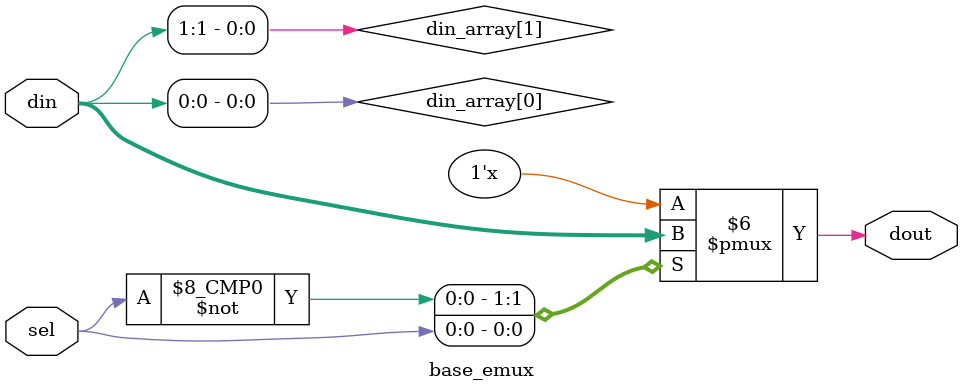
<source format=sv>
/*
 * Copyright 2017 IBM Corporation
 * Licensed to the Apache Software Foundation (ASF) under one
 * or more contributor license agreements.  See the NOTICE file
 * distributed with this work for additional information
 * regarding copyright ownership.  The ASF licenses this file
 * to you under the Apache License, Version 2.0 (the
 * "License"); you may not use this file except in compliance
 * with the License.  You may obtain a copy of the License at
 *
 *     http://www.apache.org/licenses/LICENSE-2.0
 *
 * Unless required by applicable law or agreed to in writing, software
 * distributed under the License is distributed on an "AS IS" BASIS,
 * WITHOUT WARRANTIES OR CONDITIONS OF ANY KIND, either express or implied.
 * See the License for the specific language governing permissions and
 * limitations under the License.
 *
 * Author: Andrew K Martin akmartin@us.ibm.com
 */
 
module base_emux#
  (
   parameter width = 1,
   parameter ways = 2,
   parameter sel_width=$clog2(ways)
   
   )
  (
   input [0:(width*ways)-1] din,
   input [0:sel_width-1]    sel,
   output [0:width-1]       dout
   );

   wire [0:width-1] 	    din_array [0:ways-1];
   
   assign dout = din_array[sel];

   genvar 		    i;
   generate
      for(i=0; i< ways; i=i+1)
	begin :gen1
	   assign din_array[i] = din[i*width:(i+1)*width-1];
	end
   endgenerate
   
//   wire [0:ways-1]          sel_dec;
//   base_decode#(.enc_width(sel_width),.dec_width(ways)) ienc(.en(1'b1),.din(sel),.dout(sel_dec));
 //  base_mux#(.width(width),.ways(ways)) imux(.sel(sel_dec),.din(din),.dout(dout));

endmodule // base_emux       
/*
module base_emux#
  (
   parameter width = 1,
   parameter ways = 1,
   parameter sel_width=$clog2(ways)
   )
  (
   input [0:(width*ways)-1] din,
   input [0:sel_width-1]    sel,
   output [0:width-1] 	    dout
   );
   genvar 		    i;
   genvar 		    j;
   generate
      if (width == 1)
	assign dout = din[sel];
      else
	for (i = 0; i < width; i = i + 1) begin : u
	   wire [0:ways-1] mux_in;
	   for (j = 0; j < ways; j = j + 1) begin : v
	      assign mux_in[j] = din[(j*width)+i];
	   end
	   base_emux#(.ways(ways),.sel_width(sel_width),.width(1)) imux(.din(mux_in), .sel(sel), .dout(dout[i]));
	end
   endgenerate
endmodule // base_emux
		
*/

</source>
